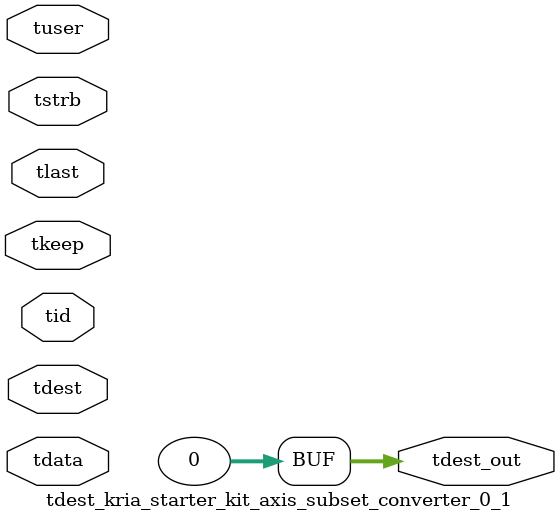
<source format=v>


`timescale 1ps/1ps

module tdest_kria_starter_kit_axis_subset_converter_0_1 #
(
parameter C_S_AXIS_TDATA_WIDTH = 32,
parameter C_S_AXIS_TUSER_WIDTH = 0,
parameter C_S_AXIS_TID_WIDTH   = 0,
parameter C_S_AXIS_TDEST_WIDTH = 0,
parameter C_M_AXIS_TDEST_WIDTH = 32
)
(
input  [(C_S_AXIS_TDATA_WIDTH == 0 ? 1 : C_S_AXIS_TDATA_WIDTH)-1:0     ] tdata,
input  [(C_S_AXIS_TUSER_WIDTH == 0 ? 1 : C_S_AXIS_TUSER_WIDTH)-1:0     ] tuser,
input  [(C_S_AXIS_TID_WIDTH   == 0 ? 1 : C_S_AXIS_TID_WIDTH)-1:0       ] tid,
input  [(C_S_AXIS_TDEST_WIDTH == 0 ? 1 : C_S_AXIS_TDEST_WIDTH)-1:0     ] tdest,
input  [(C_S_AXIS_TDATA_WIDTH/8)-1:0 ] tkeep,
input  [(C_S_AXIS_TDATA_WIDTH/8)-1:0 ] tstrb,
input                                                                    tlast,
output [C_M_AXIS_TDEST_WIDTH-1:0] tdest_out
);

assign tdest_out = {1'b0};

endmodule


</source>
